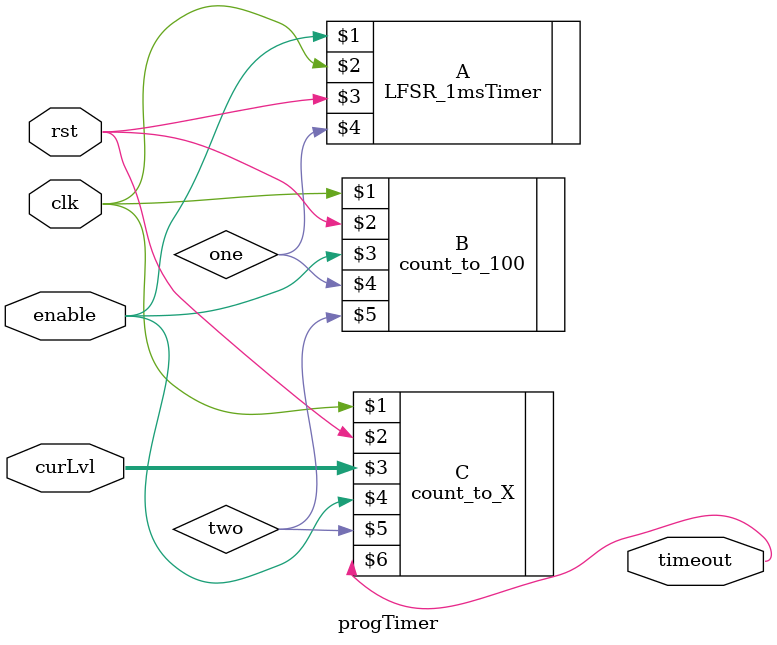
<source format=v>

module progTimer (
    clk, rst, enable, curLvl, timeout
);
input clk, rst, enable;
input [2:0] curLvl;
output timeout;

wire one, two; // Internal wires to connect timer stages

// Instantiate 1ms LFSR-based timer
LFSR_1msTimer A(
    enable,  // Enable signal
    clk,     // Clock input
    rst,     // Reset signal
    one      // Output: generates a pulse every 1ms
);

// Instantiate counter to create 0.1 second timing from 1ms pulses
count_to_100 B(
    clk,
    rst,
    enable,  // Enable signal
    one,     // Input from 1ms timer
    two      // Output: generates a pulse every 0.1s
);

// Instantiate counter to generate programmable timeout based on current level
count_to_X C(
    clk,
    rst,
    curLvl,  // Current difficulty level input
    enable,  // Enable signal
    two,     // Input from 0.1s timer
    timeout  // Final timeout output
);

endmodule

</source>
